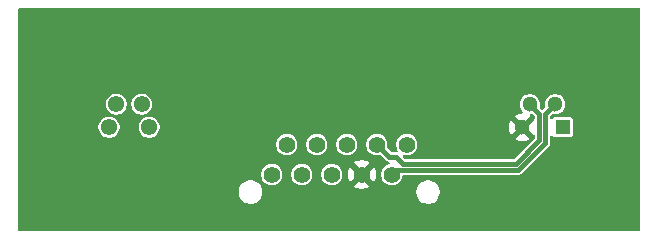
<source format=gbl>
G04 #@! TF.GenerationSoftware,KiCad,Pcbnew,9.0.4*
G04 #@! TF.CreationDate,2025-10-27T14:40:34-04:00*
G04 #@! TF.ProjectId,main_board_peripheral_v1,6d61696e-5f62-46f6-9172-645f70657269,rev?*
G04 #@! TF.SameCoordinates,Original*
G04 #@! TF.FileFunction,Copper,L2,Bot*
G04 #@! TF.FilePolarity,Positive*
%FSLAX46Y46*%
G04 Gerber Fmt 4.6, Leading zero omitted, Abs format (unit mm)*
G04 Created by KiCad (PCBNEW 9.0.4) date 2025-10-27 14:40:34*
%MOMM*%
%LPD*%
G01*
G04 APERTURE LIST*
G04 #@! TA.AperFunction,ComponentPad*
%ADD10C,1.397000*%
G04 #@! TD*
G04 #@! TA.AperFunction,ComponentPad*
%ADD11R,1.300000X1.300000*%
G04 #@! TD*
G04 #@! TA.AperFunction,ComponentPad*
%ADD12C,1.300000*%
G04 #@! TD*
G04 #@! TA.AperFunction,ComponentPad*
%ADD13C,1.381000*%
G04 #@! TD*
G04 #@! TA.AperFunction,Conductor*
%ADD14C,0.400000*%
G04 #@! TD*
G04 APERTURE END LIST*
D10*
X125880000Y-71500000D03*
X127150000Y-68960000D03*
X128420000Y-71500000D03*
X129690000Y-68960000D03*
X130960000Y-71500000D03*
X132230000Y-68960000D03*
X133500000Y-71500000D03*
X134770000Y-68960000D03*
X136040000Y-71500000D03*
X137310000Y-68960000D03*
D11*
X150500000Y-67500000D03*
D12*
X149875000Y-65550000D03*
X147100000Y-67500000D03*
X147725000Y-65550000D03*
D13*
X112100000Y-67500000D03*
X112725000Y-65550000D03*
X115500000Y-67500000D03*
X114875000Y-65550000D03*
D14*
X136080000Y-71500000D02*
X136465000Y-71115000D01*
X136040000Y-71500000D02*
X136080000Y-71500000D01*
X148550000Y-66375000D02*
X147725000Y-65550000D01*
X146531446Y-70615000D02*
X148550000Y-68596446D01*
X137015000Y-70615000D02*
X146531446Y-70615000D01*
X135850000Y-70000000D02*
X136400000Y-70000000D01*
X134810000Y-68960000D02*
X135850000Y-70000000D01*
X136400000Y-70000000D02*
X137015000Y-70615000D01*
X134770000Y-68960000D02*
X134810000Y-68960000D01*
X148550000Y-68596446D02*
X148550000Y-66375000D01*
X146738554Y-71115000D02*
X136465000Y-71115000D01*
X149050000Y-68803554D02*
X146738554Y-71115000D01*
X149875000Y-65550000D02*
X149050000Y-66375000D01*
X149050000Y-66375000D02*
X149050000Y-68803554D01*
G04 #@! TA.AperFunction,Conductor*
G36*
X147980455Y-66386419D02*
G01*
X148022735Y-66414128D01*
X148113181Y-66504574D01*
X148146666Y-66565897D01*
X148149500Y-66592255D01*
X148149500Y-66753417D01*
X148129815Y-66820456D01*
X148109511Y-66838049D01*
X148112507Y-66841045D01*
X147500000Y-67453552D01*
X147500000Y-67447339D01*
X147472741Y-67345606D01*
X147420080Y-67254394D01*
X147345606Y-67179920D01*
X147254394Y-67127259D01*
X147152661Y-67100000D01*
X147146447Y-67100000D01*
X147718768Y-66527678D01*
X147718492Y-66526893D01*
X147726180Y-66494357D01*
X147733060Y-66461608D01*
X147734190Y-66460461D01*
X147734560Y-66458896D01*
X147758640Y-66435660D01*
X147782112Y-66411851D01*
X147784052Y-66411139D01*
X147784839Y-66410380D01*
X147818123Y-66398639D01*
X147910863Y-66380192D01*
X147980455Y-66386419D01*
G37*
G04 #@! TD.AperFunction*
G04 #@! TA.AperFunction,Conductor*
G36*
X157042539Y-57420185D02*
G01*
X157088294Y-57472989D01*
X157099500Y-57524500D01*
X157099500Y-76150500D01*
X157079815Y-76217539D01*
X157027011Y-76263294D01*
X156975500Y-76274500D01*
X104524500Y-76274500D01*
X104457461Y-76254815D01*
X104411706Y-76202011D01*
X104400500Y-76150500D01*
X104400500Y-73078552D01*
X123079400Y-73078552D01*
X123117852Y-73271858D01*
X123117855Y-73271868D01*
X123193278Y-73453957D01*
X123193279Y-73453959D01*
X123302784Y-73617844D01*
X123302787Y-73617848D01*
X123442152Y-73757213D01*
X123442156Y-73757216D01*
X123606039Y-73866720D01*
X123606040Y-73866720D01*
X123606041Y-73866721D01*
X123606043Y-73866722D01*
X123788132Y-73942145D01*
X123788137Y-73942147D01*
X123788141Y-73942147D01*
X123788142Y-73942148D01*
X123981448Y-73980600D01*
X123981451Y-73980600D01*
X124178553Y-73980600D01*
X124308606Y-73954730D01*
X124371865Y-73942147D01*
X124553963Y-73866720D01*
X124717846Y-73757216D01*
X124857217Y-73617845D01*
X124966721Y-73453962D01*
X125042148Y-73271864D01*
X125080601Y-73078552D01*
X138109398Y-73078552D01*
X138147850Y-73271858D01*
X138147853Y-73271868D01*
X138223276Y-73453957D01*
X138223277Y-73453959D01*
X138332782Y-73617844D01*
X138332785Y-73617848D01*
X138472150Y-73757213D01*
X138472154Y-73757216D01*
X138636037Y-73866720D01*
X138636038Y-73866720D01*
X138636039Y-73866721D01*
X138636041Y-73866722D01*
X138818130Y-73942145D01*
X138818135Y-73942147D01*
X138818139Y-73942147D01*
X138818140Y-73942148D01*
X139011446Y-73980600D01*
X139011449Y-73980600D01*
X139208551Y-73980600D01*
X139338604Y-73954730D01*
X139401863Y-73942147D01*
X139583961Y-73866720D01*
X139747844Y-73757216D01*
X139887215Y-73617845D01*
X139996719Y-73453962D01*
X140072146Y-73271864D01*
X140110599Y-73078550D01*
X140110599Y-72881450D01*
X140110599Y-72881447D01*
X140072147Y-72688141D01*
X140072146Y-72688140D01*
X140072146Y-72688136D01*
X140004593Y-72525048D01*
X139996721Y-72506042D01*
X139996720Y-72506040D01*
X139887215Y-72342155D01*
X139887212Y-72342151D01*
X139747847Y-72202786D01*
X139747843Y-72202783D01*
X139583958Y-72093278D01*
X139583956Y-72093277D01*
X139401867Y-72017854D01*
X139401857Y-72017851D01*
X139208551Y-71979400D01*
X139208549Y-71979400D01*
X139011449Y-71979400D01*
X139011447Y-71979400D01*
X138818140Y-72017851D01*
X138818130Y-72017854D01*
X138636041Y-72093277D01*
X138636039Y-72093278D01*
X138472154Y-72202783D01*
X138472150Y-72202786D01*
X138332785Y-72342151D01*
X138332782Y-72342155D01*
X138223277Y-72506040D01*
X138223276Y-72506042D01*
X138147853Y-72688131D01*
X138147850Y-72688141D01*
X138109399Y-72881447D01*
X138109399Y-72881450D01*
X138109399Y-73078550D01*
X138109399Y-73078552D01*
X138109398Y-73078552D01*
X125080601Y-73078552D01*
X125080601Y-73078550D01*
X125080601Y-72881450D01*
X125080601Y-72881447D01*
X125042149Y-72688141D01*
X125042148Y-72688140D01*
X125042148Y-72688136D01*
X124974595Y-72525048D01*
X124966723Y-72506042D01*
X124966722Y-72506040D01*
X124857217Y-72342155D01*
X124857214Y-72342151D01*
X124717849Y-72202786D01*
X124717845Y-72202783D01*
X124553960Y-72093278D01*
X124553958Y-72093277D01*
X124371869Y-72017854D01*
X124371859Y-72017851D01*
X124178553Y-71979400D01*
X124178551Y-71979400D01*
X123981451Y-71979400D01*
X123981449Y-71979400D01*
X123788142Y-72017851D01*
X123788132Y-72017854D01*
X123606043Y-72093277D01*
X123606041Y-72093278D01*
X123442156Y-72202783D01*
X123442152Y-72202786D01*
X123302787Y-72342151D01*
X123302784Y-72342155D01*
X123193279Y-72506040D01*
X123193278Y-72506042D01*
X123117855Y-72688131D01*
X123117852Y-72688141D01*
X123079401Y-72881447D01*
X123079401Y-72881450D01*
X123079401Y-73078550D01*
X123079401Y-73078552D01*
X123079400Y-73078552D01*
X104400500Y-73078552D01*
X104400500Y-71411451D01*
X124981000Y-71411451D01*
X124981000Y-71588548D01*
X125015546Y-71762221D01*
X125015549Y-71762233D01*
X125083312Y-71925829D01*
X125083319Y-71925842D01*
X125181700Y-72073078D01*
X125181703Y-72073082D01*
X125306917Y-72198296D01*
X125306921Y-72198299D01*
X125454157Y-72296680D01*
X125454170Y-72296687D01*
X125563931Y-72342151D01*
X125617771Y-72364452D01*
X125791451Y-72398999D01*
X125791455Y-72399000D01*
X125791456Y-72399000D01*
X125968545Y-72399000D01*
X125968546Y-72398999D01*
X126142229Y-72364452D01*
X126305836Y-72296684D01*
X126453079Y-72198299D01*
X126578299Y-72073079D01*
X126676684Y-71925836D01*
X126681501Y-71914208D01*
X126736822Y-71780650D01*
X126744452Y-71762229D01*
X126779000Y-71588544D01*
X126779000Y-71411456D01*
X126778999Y-71411451D01*
X127521000Y-71411451D01*
X127521000Y-71588548D01*
X127555546Y-71762221D01*
X127555549Y-71762233D01*
X127623312Y-71925829D01*
X127623319Y-71925842D01*
X127721700Y-72073078D01*
X127721703Y-72073082D01*
X127846917Y-72198296D01*
X127846921Y-72198299D01*
X127994157Y-72296680D01*
X127994170Y-72296687D01*
X128103931Y-72342151D01*
X128157771Y-72364452D01*
X128331451Y-72398999D01*
X128331455Y-72399000D01*
X128331456Y-72399000D01*
X128508545Y-72399000D01*
X128508546Y-72398999D01*
X128682229Y-72364452D01*
X128845836Y-72296684D01*
X128993079Y-72198299D01*
X129118299Y-72073079D01*
X129216684Y-71925836D01*
X129221501Y-71914208D01*
X129276822Y-71780650D01*
X129284452Y-71762229D01*
X129319000Y-71588544D01*
X129319000Y-71411456D01*
X129318999Y-71411451D01*
X130061000Y-71411451D01*
X130061000Y-71588548D01*
X130095546Y-71762221D01*
X130095549Y-71762233D01*
X130163312Y-71925829D01*
X130163319Y-71925842D01*
X130261700Y-72073078D01*
X130261703Y-72073082D01*
X130386917Y-72198296D01*
X130386921Y-72198299D01*
X130534157Y-72296680D01*
X130534170Y-72296687D01*
X130643931Y-72342151D01*
X130697771Y-72364452D01*
X130871451Y-72398999D01*
X130871455Y-72399000D01*
X130871456Y-72399000D01*
X131048545Y-72399000D01*
X131048546Y-72398999D01*
X131222229Y-72364452D01*
X131243565Y-72355614D01*
X131269218Y-72344989D01*
X131385829Y-72296687D01*
X131385829Y-72296686D01*
X131385836Y-72296684D01*
X131533079Y-72198299D01*
X131658299Y-72073079D01*
X131756684Y-71925836D01*
X131761501Y-71914208D01*
X131816822Y-71780650D01*
X131824452Y-71762229D01*
X131859000Y-71588544D01*
X131859000Y-71411456D01*
X131857850Y-71405676D01*
X132301500Y-71405676D01*
X132301500Y-71594323D01*
X132331011Y-71780650D01*
X132389304Y-71960061D01*
X132389305Y-71960063D01*
X132474952Y-72128153D01*
X132493189Y-72153255D01*
X132493190Y-72153255D01*
X133062352Y-71584093D01*
X133085792Y-71671571D01*
X133144311Y-71772930D01*
X133227070Y-71855689D01*
X133328429Y-71914208D01*
X133415905Y-71937647D01*
X132846743Y-72506808D01*
X132846743Y-72506809D01*
X132871844Y-72525046D01*
X133039935Y-72610694D01*
X133039938Y-72610695D01*
X133219349Y-72668988D01*
X133405677Y-72698500D01*
X133594323Y-72698500D01*
X133780650Y-72668988D01*
X133960061Y-72610695D01*
X133960064Y-72610694D01*
X134128151Y-72525048D01*
X134153255Y-72506808D01*
X134153256Y-72506808D01*
X133584095Y-71937647D01*
X133671571Y-71914208D01*
X133772930Y-71855689D01*
X133855689Y-71772930D01*
X133914208Y-71671571D01*
X133937647Y-71584094D01*
X134506808Y-72153256D01*
X134506808Y-72153255D01*
X134525048Y-72128151D01*
X134610694Y-71960064D01*
X134610695Y-71960061D01*
X134668988Y-71780650D01*
X134698500Y-71594323D01*
X134698500Y-71405676D01*
X134668988Y-71219349D01*
X134610695Y-71039938D01*
X134610694Y-71039935D01*
X134525046Y-70871844D01*
X134506809Y-70846743D01*
X134506808Y-70846743D01*
X133937647Y-71415904D01*
X133914208Y-71328429D01*
X133855689Y-71227070D01*
X133772930Y-71144311D01*
X133671571Y-71085792D01*
X133584094Y-71062352D01*
X134153255Y-70493190D01*
X134153255Y-70493189D01*
X134128153Y-70474952D01*
X133960063Y-70389305D01*
X133960061Y-70389304D01*
X133780650Y-70331011D01*
X133594323Y-70301500D01*
X133405677Y-70301500D01*
X133219349Y-70331011D01*
X133039938Y-70389304D01*
X133039936Y-70389305D01*
X132871844Y-70474953D01*
X132871839Y-70474957D01*
X132846743Y-70493188D01*
X132846743Y-70493191D01*
X133415906Y-71062352D01*
X133328429Y-71085792D01*
X133227070Y-71144311D01*
X133144311Y-71227070D01*
X133085792Y-71328429D01*
X133062352Y-71415905D01*
X132493191Y-70846743D01*
X132493188Y-70846743D01*
X132474957Y-70871839D01*
X132474953Y-70871844D01*
X132389305Y-71039936D01*
X132389304Y-71039938D01*
X132331011Y-71219349D01*
X132301500Y-71405676D01*
X131857850Y-71405676D01*
X131824452Y-71237771D01*
X131820020Y-71227070D01*
X131756687Y-71074170D01*
X131756680Y-71074157D01*
X131658299Y-70926921D01*
X131658296Y-70926917D01*
X131533082Y-70801703D01*
X131533078Y-70801700D01*
X131385842Y-70703319D01*
X131385829Y-70703312D01*
X131269215Y-70655010D01*
X131222229Y-70635548D01*
X131222221Y-70635546D01*
X131048548Y-70601000D01*
X131048544Y-70601000D01*
X130871456Y-70601000D01*
X130871451Y-70601000D01*
X130697778Y-70635546D01*
X130697766Y-70635549D01*
X130534170Y-70703312D01*
X130534157Y-70703319D01*
X130386921Y-70801700D01*
X130386917Y-70801703D01*
X130261703Y-70926917D01*
X130261700Y-70926921D01*
X130163319Y-71074157D01*
X130163312Y-71074170D01*
X130095549Y-71237766D01*
X130095546Y-71237778D01*
X130061000Y-71411451D01*
X129318999Y-71411451D01*
X129284452Y-71237771D01*
X129280020Y-71227070D01*
X129216687Y-71074170D01*
X129216680Y-71074157D01*
X129118299Y-70926921D01*
X129118296Y-70926917D01*
X128993082Y-70801703D01*
X128993078Y-70801700D01*
X128845842Y-70703319D01*
X128845829Y-70703312D01*
X128682233Y-70635549D01*
X128682221Y-70635546D01*
X128508548Y-70601000D01*
X128508544Y-70601000D01*
X128331456Y-70601000D01*
X128331451Y-70601000D01*
X128157778Y-70635546D01*
X128157766Y-70635549D01*
X127994170Y-70703312D01*
X127994157Y-70703319D01*
X127846921Y-70801700D01*
X127846917Y-70801703D01*
X127721703Y-70926917D01*
X127721700Y-70926921D01*
X127623319Y-71074157D01*
X127623312Y-71074170D01*
X127555549Y-71237766D01*
X127555546Y-71237778D01*
X127521000Y-71411451D01*
X126778999Y-71411451D01*
X126744452Y-71237771D01*
X126740020Y-71227070D01*
X126676687Y-71074170D01*
X126676680Y-71074157D01*
X126578299Y-70926921D01*
X126578296Y-70926917D01*
X126453082Y-70801703D01*
X126453078Y-70801700D01*
X126305842Y-70703319D01*
X126305829Y-70703312D01*
X126142233Y-70635549D01*
X126142221Y-70635546D01*
X125968548Y-70601000D01*
X125968544Y-70601000D01*
X125791456Y-70601000D01*
X125791451Y-70601000D01*
X125617778Y-70635546D01*
X125617766Y-70635549D01*
X125454170Y-70703312D01*
X125454157Y-70703319D01*
X125306921Y-70801700D01*
X125306917Y-70801703D01*
X125181703Y-70926917D01*
X125181700Y-70926921D01*
X125083319Y-71074157D01*
X125083312Y-71074170D01*
X125015549Y-71237766D01*
X125015546Y-71237778D01*
X124981000Y-71411451D01*
X104400500Y-71411451D01*
X104400500Y-68871451D01*
X126251000Y-68871451D01*
X126251000Y-69048548D01*
X126285546Y-69222221D01*
X126285549Y-69222233D01*
X126353312Y-69385829D01*
X126353319Y-69385842D01*
X126451700Y-69533078D01*
X126451703Y-69533082D01*
X126576917Y-69658296D01*
X126576921Y-69658299D01*
X126724157Y-69756680D01*
X126724170Y-69756687D01*
X126887766Y-69824450D01*
X126887771Y-69824452D01*
X127060134Y-69858737D01*
X127061451Y-69858999D01*
X127061455Y-69859000D01*
X127061456Y-69859000D01*
X127238545Y-69859000D01*
X127238546Y-69858999D01*
X127412229Y-69824452D01*
X127575836Y-69756684D01*
X127723079Y-69658299D01*
X127848299Y-69533079D01*
X127946684Y-69385836D01*
X128014452Y-69222229D01*
X128049000Y-69048544D01*
X128049000Y-68871456D01*
X128048999Y-68871451D01*
X128791000Y-68871451D01*
X128791000Y-69048548D01*
X128825546Y-69222221D01*
X128825549Y-69222233D01*
X128893312Y-69385829D01*
X128893319Y-69385842D01*
X128991700Y-69533078D01*
X128991703Y-69533082D01*
X129116917Y-69658296D01*
X129116921Y-69658299D01*
X129264157Y-69756680D01*
X129264170Y-69756687D01*
X129427766Y-69824450D01*
X129427771Y-69824452D01*
X129600134Y-69858737D01*
X129601451Y-69858999D01*
X129601455Y-69859000D01*
X129601456Y-69859000D01*
X129778545Y-69859000D01*
X129778546Y-69858999D01*
X129952229Y-69824452D01*
X130115836Y-69756684D01*
X130263079Y-69658299D01*
X130388299Y-69533079D01*
X130486684Y-69385836D01*
X130554452Y-69222229D01*
X130589000Y-69048544D01*
X130589000Y-68871456D01*
X130588999Y-68871451D01*
X131331000Y-68871451D01*
X131331000Y-69048548D01*
X131365546Y-69222221D01*
X131365549Y-69222233D01*
X131433312Y-69385829D01*
X131433319Y-69385842D01*
X131531700Y-69533078D01*
X131531703Y-69533082D01*
X131656917Y-69658296D01*
X131656921Y-69658299D01*
X131804157Y-69756680D01*
X131804170Y-69756687D01*
X131967766Y-69824450D01*
X131967771Y-69824452D01*
X132140134Y-69858737D01*
X132141451Y-69858999D01*
X132141455Y-69859000D01*
X132141456Y-69859000D01*
X132318545Y-69859000D01*
X132318546Y-69858999D01*
X132492229Y-69824452D01*
X132655836Y-69756684D01*
X132803079Y-69658299D01*
X132928299Y-69533079D01*
X133026684Y-69385836D01*
X133094452Y-69222229D01*
X133129000Y-69048544D01*
X133129000Y-68871456D01*
X133128999Y-68871451D01*
X133871000Y-68871451D01*
X133871000Y-69048548D01*
X133905546Y-69222221D01*
X133905549Y-69222233D01*
X133973312Y-69385829D01*
X133973319Y-69385842D01*
X134071700Y-69533078D01*
X134071703Y-69533082D01*
X134196917Y-69658296D01*
X134196921Y-69658299D01*
X134344157Y-69756680D01*
X134344170Y-69756687D01*
X134507766Y-69824450D01*
X134507771Y-69824452D01*
X134680134Y-69858737D01*
X134681451Y-69858999D01*
X134681455Y-69859000D01*
X134681456Y-69859000D01*
X134858545Y-69859000D01*
X134858545Y-69858999D01*
X135030473Y-69824801D01*
X135100063Y-69831028D01*
X135142344Y-69858737D01*
X135604087Y-70320480D01*
X135695412Y-70373207D01*
X135778917Y-70395581D01*
X135838577Y-70431946D01*
X135869106Y-70494792D01*
X135860812Y-70564168D01*
X135816326Y-70618046D01*
X135782823Y-70634015D01*
X135777771Y-70635547D01*
X135614170Y-70703312D01*
X135614157Y-70703319D01*
X135466921Y-70801700D01*
X135466917Y-70801703D01*
X135341703Y-70926917D01*
X135341700Y-70926921D01*
X135243319Y-71074157D01*
X135243312Y-71074170D01*
X135175549Y-71237766D01*
X135175546Y-71237778D01*
X135141000Y-71411451D01*
X135141000Y-71588548D01*
X135175546Y-71762221D01*
X135175549Y-71762233D01*
X135243312Y-71925829D01*
X135243319Y-71925842D01*
X135341700Y-72073078D01*
X135341703Y-72073082D01*
X135466917Y-72198296D01*
X135466921Y-72198299D01*
X135614157Y-72296680D01*
X135614170Y-72296687D01*
X135723931Y-72342151D01*
X135777771Y-72364452D01*
X135951451Y-72398999D01*
X135951455Y-72399000D01*
X135951456Y-72399000D01*
X136128545Y-72399000D01*
X136128546Y-72398999D01*
X136302229Y-72364452D01*
X136465836Y-72296684D01*
X136613079Y-72198299D01*
X136738299Y-72073079D01*
X136836684Y-71925836D01*
X136841501Y-71914208D01*
X136896822Y-71780650D01*
X136904452Y-71762229D01*
X136922485Y-71671571D01*
X136933677Y-71615309D01*
X136966062Y-71553398D01*
X137026778Y-71518824D01*
X137055294Y-71515500D01*
X146791279Y-71515500D01*
X146791281Y-71515500D01*
X146893142Y-71488207D01*
X146984467Y-71435480D01*
X149370480Y-69049467D01*
X149423207Y-68958142D01*
X149450500Y-68856281D01*
X149450500Y-68750827D01*
X149450500Y-68321769D01*
X149470185Y-68254730D01*
X149522989Y-68208975D01*
X149592147Y-68199031D01*
X149655703Y-68228056D01*
X149677602Y-68252878D01*
X149705447Y-68294552D01*
X149771769Y-68338867D01*
X149771770Y-68338868D01*
X149830247Y-68350499D01*
X149830250Y-68350500D01*
X149830252Y-68350500D01*
X151169750Y-68350500D01*
X151169751Y-68350499D01*
X151184568Y-68347552D01*
X151228229Y-68338868D01*
X151228229Y-68338867D01*
X151228231Y-68338867D01*
X151294552Y-68294552D01*
X151338867Y-68228231D01*
X151338867Y-68228229D01*
X151338868Y-68228229D01*
X151350499Y-68169752D01*
X151350500Y-68169750D01*
X151350500Y-66830249D01*
X151350499Y-66830247D01*
X151338868Y-66771770D01*
X151338867Y-66771769D01*
X151294552Y-66705447D01*
X151228230Y-66661132D01*
X151228229Y-66661131D01*
X151169752Y-66649500D01*
X151169748Y-66649500D01*
X149830252Y-66649500D01*
X149830247Y-66649500D01*
X149771770Y-66661131D01*
X149771769Y-66661132D01*
X149705448Y-66705446D01*
X149677602Y-66747122D01*
X149651576Y-66768871D01*
X149626011Y-66791024D01*
X149624872Y-66791187D01*
X149623989Y-66791926D01*
X149590384Y-66796146D01*
X149556853Y-66800968D01*
X149555805Y-66800489D01*
X149554664Y-66800633D01*
X149524120Y-66786019D01*
X149493297Y-66771943D01*
X149492674Y-66770974D01*
X149491637Y-66770478D01*
X149473839Y-66741665D01*
X149455523Y-66713165D01*
X149455307Y-66711665D01*
X149454918Y-66711035D01*
X149450500Y-66678230D01*
X149450500Y-66592254D01*
X149470185Y-66525215D01*
X149486810Y-66504582D01*
X149577267Y-66414125D01*
X149638585Y-66380643D01*
X149689135Y-66380192D01*
X149791228Y-66400499D01*
X149791232Y-66400500D01*
X149791233Y-66400500D01*
X149958768Y-66400500D01*
X149958769Y-66400499D01*
X150123082Y-66367816D01*
X150277863Y-66303703D01*
X150417162Y-66210626D01*
X150535626Y-66092162D01*
X150628703Y-65952863D01*
X150692816Y-65798082D01*
X150725500Y-65633767D01*
X150725500Y-65466233D01*
X150692816Y-65301918D01*
X150628703Y-65147137D01*
X150597537Y-65100494D01*
X150535626Y-65007837D01*
X150417162Y-64889373D01*
X150277860Y-64796295D01*
X150123082Y-64732184D01*
X150123074Y-64732182D01*
X149958771Y-64699500D01*
X149958767Y-64699500D01*
X149791233Y-64699500D01*
X149791228Y-64699500D01*
X149626925Y-64732182D01*
X149626917Y-64732184D01*
X149472139Y-64796295D01*
X149332837Y-64889373D01*
X149214373Y-65007837D01*
X149121295Y-65147139D01*
X149057184Y-65301917D01*
X149057182Y-65301925D01*
X149024500Y-65466228D01*
X149024500Y-65633771D01*
X149044807Y-65735862D01*
X149044099Y-65743768D01*
X149046874Y-65751207D01*
X149041030Y-65778069D01*
X149038580Y-65805454D01*
X149033330Y-65813463D01*
X149032022Y-65819480D01*
X149010871Y-65847734D01*
X148887680Y-65970925D01*
X148826357Y-66004410D01*
X148756665Y-65999426D01*
X148712318Y-65970925D01*
X148589128Y-65847735D01*
X148555643Y-65786412D01*
X148555192Y-65735862D01*
X148575500Y-65633767D01*
X148575500Y-65466233D01*
X148542816Y-65301918D01*
X148478703Y-65147137D01*
X148447537Y-65100494D01*
X148385626Y-65007837D01*
X148267162Y-64889373D01*
X148127860Y-64796295D01*
X147973082Y-64732184D01*
X147973074Y-64732182D01*
X147808771Y-64699500D01*
X147808767Y-64699500D01*
X147641233Y-64699500D01*
X147641228Y-64699500D01*
X147476925Y-64732182D01*
X147476917Y-64732184D01*
X147322139Y-64796295D01*
X147182837Y-64889373D01*
X147064373Y-65007837D01*
X146971295Y-65147139D01*
X146907184Y-65301917D01*
X146907182Y-65301925D01*
X146874500Y-65466228D01*
X146874500Y-65633771D01*
X146907182Y-65798074D01*
X146907184Y-65798082D01*
X146971295Y-65952860D01*
X147064373Y-66092162D01*
X147110530Y-66138319D01*
X147144015Y-66199642D01*
X147139031Y-66269334D01*
X147097159Y-66325267D01*
X147031695Y-66349684D01*
X147022849Y-66350000D01*
X147009494Y-66350000D01*
X146830706Y-66378317D01*
X146658555Y-66434251D01*
X146658547Y-66434254D01*
X146497269Y-66516432D01*
X146481466Y-66527912D01*
X146481466Y-66527913D01*
X147053554Y-67100000D01*
X147047339Y-67100000D01*
X146945606Y-67127259D01*
X146854394Y-67179920D01*
X146779920Y-67254394D01*
X146727259Y-67345606D01*
X146700000Y-67447339D01*
X146700000Y-67453553D01*
X146127912Y-66881466D01*
X146116432Y-66897269D01*
X146034254Y-67058547D01*
X146034251Y-67058555D01*
X145978317Y-67230706D01*
X145950000Y-67409493D01*
X145950000Y-67590506D01*
X145978317Y-67769293D01*
X146034251Y-67941444D01*
X146034252Y-67941447D01*
X146116431Y-68102730D01*
X146127913Y-68118532D01*
X146127913Y-68118533D01*
X146700000Y-67546446D01*
X146700000Y-67552661D01*
X146727259Y-67654394D01*
X146779920Y-67745606D01*
X146854394Y-67820080D01*
X146945606Y-67872741D01*
X147047339Y-67900000D01*
X147053553Y-67900000D01*
X146481466Y-68472085D01*
X146481466Y-68472086D01*
X146497267Y-68483566D01*
X146497275Y-68483571D01*
X146658552Y-68565747D01*
X146658555Y-68565748D01*
X146830706Y-68621682D01*
X147009494Y-68650000D01*
X147190506Y-68650000D01*
X147369293Y-68621682D01*
X147541444Y-68565748D01*
X147541452Y-68565745D01*
X147702730Y-68483568D01*
X147718532Y-68472085D01*
X147718533Y-68472085D01*
X147146448Y-67900000D01*
X147152661Y-67900000D01*
X147254394Y-67872741D01*
X147345606Y-67820080D01*
X147420080Y-67745606D01*
X147472741Y-67654394D01*
X147500000Y-67552661D01*
X147500000Y-67546448D01*
X148112506Y-68158954D01*
X148109319Y-68162140D01*
X148133827Y-68186239D01*
X148149500Y-68246581D01*
X148149500Y-68379191D01*
X148129815Y-68446230D01*
X148113181Y-68466872D01*
X146401872Y-70178181D01*
X146340549Y-70211666D01*
X146314191Y-70214500D01*
X137232255Y-70214500D01*
X137165216Y-70194815D01*
X137144574Y-70178181D01*
X137016095Y-70049702D01*
X136982610Y-69988379D01*
X136987594Y-69918687D01*
X137029466Y-69862754D01*
X137094930Y-69838337D01*
X137127967Y-69840403D01*
X137221454Y-69858999D01*
X137221455Y-69859000D01*
X137221456Y-69859000D01*
X137398545Y-69859000D01*
X137398546Y-69858999D01*
X137572229Y-69824452D01*
X137735836Y-69756684D01*
X137883079Y-69658299D01*
X138008299Y-69533079D01*
X138106684Y-69385836D01*
X138174452Y-69222229D01*
X138209000Y-69048544D01*
X138209000Y-68871456D01*
X138174452Y-68697771D01*
X138142935Y-68621682D01*
X138106687Y-68534170D01*
X138106677Y-68534152D01*
X138079660Y-68493718D01*
X138079659Y-68493717D01*
X138008299Y-68386921D01*
X138008296Y-68386917D01*
X137883082Y-68261703D01*
X137883078Y-68261700D01*
X137735842Y-68163319D01*
X137735829Y-68163312D01*
X137572233Y-68095549D01*
X137572221Y-68095546D01*
X137398548Y-68061000D01*
X137398544Y-68061000D01*
X137221456Y-68061000D01*
X137221451Y-68061000D01*
X137047778Y-68095546D01*
X137047766Y-68095549D01*
X136884170Y-68163312D01*
X136884157Y-68163319D01*
X136736921Y-68261700D01*
X136736917Y-68261703D01*
X136611703Y-68386917D01*
X136611700Y-68386921D01*
X136513319Y-68534157D01*
X136513312Y-68534170D01*
X136445549Y-68697766D01*
X136445546Y-68697778D01*
X136411000Y-68871451D01*
X136411000Y-69048548D01*
X136445546Y-69222221D01*
X136445549Y-69222233D01*
X136513312Y-69385829D01*
X136513320Y-69385843D01*
X136527195Y-69406608D01*
X136548074Y-69473285D01*
X136529590Y-69540665D01*
X136477612Y-69587356D01*
X136424094Y-69599500D01*
X136067255Y-69599500D01*
X136000216Y-69579815D01*
X135979574Y-69563181D01*
X135682010Y-69265617D01*
X135648525Y-69204294D01*
X135648074Y-69153744D01*
X135669000Y-69048546D01*
X135669000Y-68871455D01*
X135668999Y-68871451D01*
X135634452Y-68697771D01*
X135602935Y-68621682D01*
X135566687Y-68534170D01*
X135566680Y-68534157D01*
X135468299Y-68386921D01*
X135468296Y-68386917D01*
X135343082Y-68261703D01*
X135343078Y-68261700D01*
X135195842Y-68163319D01*
X135195829Y-68163312D01*
X135032233Y-68095549D01*
X135032221Y-68095546D01*
X134858548Y-68061000D01*
X134858544Y-68061000D01*
X134681456Y-68061000D01*
X134681451Y-68061000D01*
X134507778Y-68095546D01*
X134507766Y-68095549D01*
X134344170Y-68163312D01*
X134344157Y-68163319D01*
X134196921Y-68261700D01*
X134196917Y-68261703D01*
X134071703Y-68386917D01*
X134071700Y-68386921D01*
X133973319Y-68534157D01*
X133973312Y-68534170D01*
X133905549Y-68697766D01*
X133905546Y-68697778D01*
X133871000Y-68871451D01*
X133128999Y-68871451D01*
X133094452Y-68697771D01*
X133062935Y-68621682D01*
X133026687Y-68534170D01*
X133026680Y-68534157D01*
X132928299Y-68386921D01*
X132928296Y-68386917D01*
X132803082Y-68261703D01*
X132803078Y-68261700D01*
X132655842Y-68163319D01*
X132655829Y-68163312D01*
X132492233Y-68095549D01*
X132492221Y-68095546D01*
X132318548Y-68061000D01*
X132318544Y-68061000D01*
X132141456Y-68061000D01*
X132141451Y-68061000D01*
X131967778Y-68095546D01*
X131967766Y-68095549D01*
X131804170Y-68163312D01*
X131804157Y-68163319D01*
X131656921Y-68261700D01*
X131656917Y-68261703D01*
X131531703Y-68386917D01*
X131531700Y-68386921D01*
X131433319Y-68534157D01*
X131433312Y-68534170D01*
X131365549Y-68697766D01*
X131365546Y-68697778D01*
X131331000Y-68871451D01*
X130588999Y-68871451D01*
X130554452Y-68697771D01*
X130522935Y-68621682D01*
X130486687Y-68534170D01*
X130486680Y-68534157D01*
X130388299Y-68386921D01*
X130388296Y-68386917D01*
X130263082Y-68261703D01*
X130263078Y-68261700D01*
X130115842Y-68163319D01*
X130115829Y-68163312D01*
X129952233Y-68095549D01*
X129952221Y-68095546D01*
X129778548Y-68061000D01*
X129778544Y-68061000D01*
X129601456Y-68061000D01*
X129601451Y-68061000D01*
X129427778Y-68095546D01*
X129427766Y-68095549D01*
X129264170Y-68163312D01*
X129264157Y-68163319D01*
X129116921Y-68261700D01*
X129116917Y-68261703D01*
X128991703Y-68386917D01*
X128991700Y-68386921D01*
X128893319Y-68534157D01*
X128893312Y-68534170D01*
X128825549Y-68697766D01*
X128825546Y-68697778D01*
X128791000Y-68871451D01*
X128048999Y-68871451D01*
X128014452Y-68697771D01*
X127982935Y-68621682D01*
X127946687Y-68534170D01*
X127946680Y-68534157D01*
X127848299Y-68386921D01*
X127848296Y-68386917D01*
X127723082Y-68261703D01*
X127723078Y-68261700D01*
X127575842Y-68163319D01*
X127575829Y-68163312D01*
X127412233Y-68095549D01*
X127412221Y-68095546D01*
X127238548Y-68061000D01*
X127238544Y-68061000D01*
X127061456Y-68061000D01*
X127061451Y-68061000D01*
X126887778Y-68095546D01*
X126887766Y-68095549D01*
X126724170Y-68163312D01*
X126724157Y-68163319D01*
X126576921Y-68261700D01*
X126576917Y-68261703D01*
X126451703Y-68386917D01*
X126451700Y-68386921D01*
X126353319Y-68534157D01*
X126353312Y-68534170D01*
X126285549Y-68697766D01*
X126285546Y-68697778D01*
X126251000Y-68871451D01*
X104400500Y-68871451D01*
X104400500Y-67587758D01*
X111208999Y-67587758D01*
X111243239Y-67759889D01*
X111243242Y-67759899D01*
X111310402Y-67922040D01*
X111310409Y-67922053D01*
X111407914Y-68067978D01*
X111407917Y-68067982D01*
X111532017Y-68192082D01*
X111532021Y-68192085D01*
X111677946Y-68289590D01*
X111677959Y-68289597D01*
X111824992Y-68350499D01*
X111840105Y-68356759D01*
X111840109Y-68356759D01*
X111840110Y-68356760D01*
X112012241Y-68391000D01*
X112012244Y-68391000D01*
X112187758Y-68391000D01*
X112303564Y-68367963D01*
X112359895Y-68356759D01*
X112522047Y-68289594D01*
X112667979Y-68192085D01*
X112792085Y-68067979D01*
X112889594Y-67922047D01*
X112956759Y-67759895D01*
X112991000Y-67587758D01*
X114608999Y-67587758D01*
X114643239Y-67759889D01*
X114643242Y-67759899D01*
X114710402Y-67922040D01*
X114710409Y-67922053D01*
X114807914Y-68067978D01*
X114807917Y-68067982D01*
X114932017Y-68192082D01*
X114932021Y-68192085D01*
X115077946Y-68289590D01*
X115077959Y-68289597D01*
X115224992Y-68350499D01*
X115240105Y-68356759D01*
X115240109Y-68356759D01*
X115240110Y-68356760D01*
X115412241Y-68391000D01*
X115412244Y-68391000D01*
X115587758Y-68391000D01*
X115703564Y-68367963D01*
X115759895Y-68356759D01*
X115922047Y-68289594D01*
X116067979Y-68192085D01*
X116192085Y-68067979D01*
X116289594Y-67922047D01*
X116356759Y-67759895D01*
X116391000Y-67587756D01*
X116391000Y-67412244D01*
X116391000Y-67412241D01*
X116356760Y-67240110D01*
X116356759Y-67240109D01*
X116356759Y-67240105D01*
X116331830Y-67179920D01*
X116289597Y-67077959D01*
X116289590Y-67077946D01*
X116192085Y-66932021D01*
X116192082Y-66932017D01*
X116067982Y-66807917D01*
X116067978Y-66807914D01*
X115922053Y-66710409D01*
X115922040Y-66710402D01*
X115759899Y-66643242D01*
X115759889Y-66643239D01*
X115587758Y-66609000D01*
X115587756Y-66609000D01*
X115412244Y-66609000D01*
X115412242Y-66609000D01*
X115240110Y-66643239D01*
X115240100Y-66643242D01*
X115077959Y-66710402D01*
X115077946Y-66710409D01*
X114932021Y-66807914D01*
X114932017Y-66807917D01*
X114807917Y-66932017D01*
X114807914Y-66932021D01*
X114710409Y-67077946D01*
X114710402Y-67077959D01*
X114643242Y-67240100D01*
X114643239Y-67240110D01*
X114609000Y-67412241D01*
X114609000Y-67412244D01*
X114609000Y-67587756D01*
X114609000Y-67587758D01*
X114608999Y-67587758D01*
X112991000Y-67587758D01*
X112991000Y-67587756D01*
X112991000Y-67412244D01*
X112991000Y-67412241D01*
X112956760Y-67240110D01*
X112956759Y-67240109D01*
X112956759Y-67240105D01*
X112931830Y-67179920D01*
X112889597Y-67077959D01*
X112889590Y-67077946D01*
X112792085Y-66932021D01*
X112792082Y-66932017D01*
X112667982Y-66807917D01*
X112667978Y-66807914D01*
X112522053Y-66710409D01*
X112522040Y-66710402D01*
X112359899Y-66643242D01*
X112359889Y-66643239D01*
X112187758Y-66609000D01*
X112187756Y-66609000D01*
X112012244Y-66609000D01*
X112012242Y-66609000D01*
X111840110Y-66643239D01*
X111840100Y-66643242D01*
X111677959Y-66710402D01*
X111677946Y-66710409D01*
X111532021Y-66807914D01*
X111532017Y-66807917D01*
X111407917Y-66932017D01*
X111407914Y-66932021D01*
X111310409Y-67077946D01*
X111310402Y-67077959D01*
X111243242Y-67240100D01*
X111243239Y-67240110D01*
X111209000Y-67412241D01*
X111209000Y-67412244D01*
X111209000Y-67587756D01*
X111209000Y-67587758D01*
X111208999Y-67587758D01*
X104400500Y-67587758D01*
X104400500Y-65637758D01*
X111833999Y-65637758D01*
X111868239Y-65809889D01*
X111868242Y-65809899D01*
X111935402Y-65972040D01*
X111935409Y-65972053D01*
X112032914Y-66117978D01*
X112032917Y-66117982D01*
X112157017Y-66242082D01*
X112157021Y-66242085D01*
X112302946Y-66339590D01*
X112302959Y-66339597D01*
X112415999Y-66386419D01*
X112465105Y-66406759D01*
X112465109Y-66406759D01*
X112465110Y-66406760D01*
X112637241Y-66441000D01*
X112637244Y-66441000D01*
X112812758Y-66441000D01*
X112959296Y-66411851D01*
X112984895Y-66406759D01*
X113110302Y-66354813D01*
X113147040Y-66339597D01*
X113147040Y-66339596D01*
X113147047Y-66339594D01*
X113292979Y-66242085D01*
X113417085Y-66117979D01*
X113514594Y-65972047D01*
X113581759Y-65809895D01*
X113616000Y-65637758D01*
X113983999Y-65637758D01*
X114018239Y-65809889D01*
X114018242Y-65809899D01*
X114085402Y-65972040D01*
X114085409Y-65972053D01*
X114182914Y-66117978D01*
X114182917Y-66117982D01*
X114307017Y-66242082D01*
X114307021Y-66242085D01*
X114452946Y-66339590D01*
X114452959Y-66339597D01*
X114565999Y-66386419D01*
X114615105Y-66406759D01*
X114615109Y-66406759D01*
X114615110Y-66406760D01*
X114787241Y-66441000D01*
X114787244Y-66441000D01*
X114962758Y-66441000D01*
X115109296Y-66411851D01*
X115134895Y-66406759D01*
X115260302Y-66354813D01*
X115297040Y-66339597D01*
X115297040Y-66339596D01*
X115297047Y-66339594D01*
X115442979Y-66242085D01*
X115567085Y-66117979D01*
X115664594Y-65972047D01*
X115731759Y-65809895D01*
X115766000Y-65637756D01*
X115766000Y-65462244D01*
X115766000Y-65462241D01*
X115731760Y-65290110D01*
X115731759Y-65290109D01*
X115731759Y-65290105D01*
X115672541Y-65147139D01*
X115664597Y-65127959D01*
X115664590Y-65127946D01*
X115567085Y-64982021D01*
X115567082Y-64982017D01*
X115442982Y-64857917D01*
X115442978Y-64857914D01*
X115297053Y-64760409D01*
X115297040Y-64760402D01*
X115134899Y-64693242D01*
X115134889Y-64693239D01*
X114962758Y-64659000D01*
X114962756Y-64659000D01*
X114787244Y-64659000D01*
X114787242Y-64659000D01*
X114615110Y-64693239D01*
X114615100Y-64693242D01*
X114452959Y-64760402D01*
X114452946Y-64760409D01*
X114307021Y-64857914D01*
X114307017Y-64857917D01*
X114182917Y-64982017D01*
X114182914Y-64982021D01*
X114085409Y-65127946D01*
X114085402Y-65127959D01*
X114018242Y-65290100D01*
X114018239Y-65290110D01*
X113984000Y-65462241D01*
X113984000Y-65462244D01*
X113984000Y-65637756D01*
X113984000Y-65637758D01*
X113983999Y-65637758D01*
X113616000Y-65637758D01*
X113616000Y-65637756D01*
X113616000Y-65462244D01*
X113616000Y-65462241D01*
X113581760Y-65290110D01*
X113581759Y-65290109D01*
X113581759Y-65290105D01*
X113522541Y-65147139D01*
X113514597Y-65127959D01*
X113514590Y-65127946D01*
X113417085Y-64982021D01*
X113417082Y-64982017D01*
X113292982Y-64857917D01*
X113292978Y-64857914D01*
X113147053Y-64760409D01*
X113147040Y-64760402D01*
X112984899Y-64693242D01*
X112984889Y-64693239D01*
X112812758Y-64659000D01*
X112812756Y-64659000D01*
X112637244Y-64659000D01*
X112637242Y-64659000D01*
X112465110Y-64693239D01*
X112465100Y-64693242D01*
X112302959Y-64760402D01*
X112302946Y-64760409D01*
X112157021Y-64857914D01*
X112157017Y-64857917D01*
X112032917Y-64982017D01*
X112032914Y-64982021D01*
X111935409Y-65127946D01*
X111935402Y-65127959D01*
X111868242Y-65290100D01*
X111868239Y-65290110D01*
X111834000Y-65462241D01*
X111834000Y-65462244D01*
X111834000Y-65637756D01*
X111834000Y-65637758D01*
X111833999Y-65637758D01*
X104400500Y-65637758D01*
X104400500Y-57524500D01*
X104420185Y-57457461D01*
X104472989Y-57411706D01*
X104524500Y-57400500D01*
X156975500Y-57400500D01*
X157042539Y-57420185D01*
G37*
G04 #@! TD.AperFunction*
M02*

</source>
